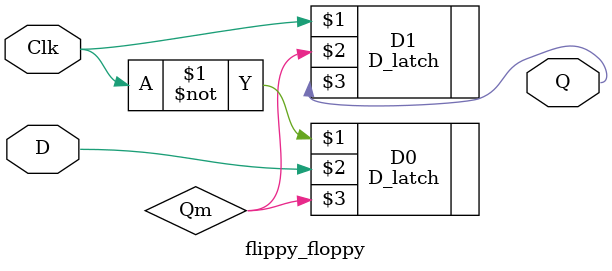
<source format=v>
module flippy_floppy (Clk, D, Q);

	input Clk, D;
	output Q;
	
	wire Qm;
	
	D_latch D0 (~Clk, D, Qm);
	D_latch D1 (Clk, Qm,Q);

endmodule 
</source>
